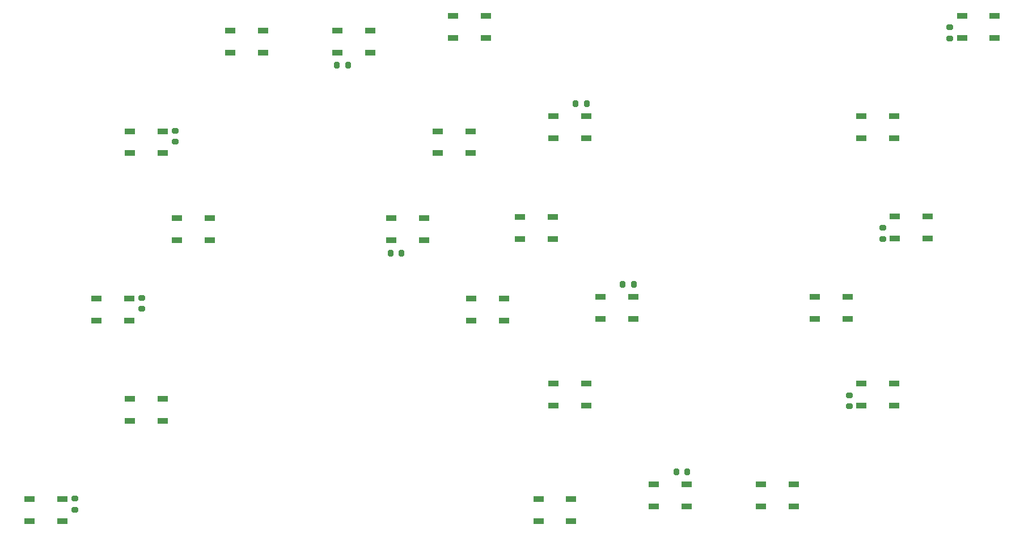
<source format=gbr>
%TF.GenerationSoftware,KiCad,Pcbnew,8.0.3*%
%TF.CreationDate,2024-12-20T11:05:53+01:00*%
%TF.ProjectId,christmas-tree,63687269-7374-46d6-9173-2d747265652e,rev?*%
%TF.SameCoordinates,Original*%
%TF.FileFunction,Paste,Bot*%
%TF.FilePolarity,Positive*%
%FSLAX46Y46*%
G04 Gerber Fmt 4.6, Leading zero omitted, Abs format (unit mm)*
G04 Created by KiCad (PCBNEW 8.0.3) date 2024-12-20 11:05:53*
%MOMM*%
%LPD*%
G01*
G04 APERTURE LIST*
G04 Aperture macros list*
%AMRoundRect*
0 Rectangle with rounded corners*
0 $1 Rounding radius*
0 $2 $3 $4 $5 $6 $7 $8 $9 X,Y pos of 4 corners*
0 Add a 4 corners polygon primitive as box body*
4,1,4,$2,$3,$4,$5,$6,$7,$8,$9,$2,$3,0*
0 Add four circle primitives for the rounded corners*
1,1,$1+$1,$2,$3*
1,1,$1+$1,$4,$5*
1,1,$1+$1,$6,$7*
1,1,$1+$1,$8,$9*
0 Add four rect primitives between the rounded corners*
20,1,$1+$1,$2,$3,$4,$5,0*
20,1,$1+$1,$4,$5,$6,$7,0*
20,1,$1+$1,$6,$7,$8,$9,0*
20,1,$1+$1,$8,$9,$2,$3,0*%
G04 Aperture macros list end*
%ADD10R,1.500000X0.900000*%
%ADD11RoundRect,0.200000X-0.275000X0.200000X-0.275000X-0.200000X0.275000X-0.200000X0.275000X0.200000X0*%
%ADD12RoundRect,0.200000X-0.200000X-0.275000X0.200000X-0.275000X0.200000X0.275000X-0.200000X0.275000X0*%
%ADD13RoundRect,0.200000X0.200000X0.275000X-0.200000X0.275000X-0.200000X-0.275000X0.200000X-0.275000X0*%
%ADD14RoundRect,0.200000X0.275000X-0.200000X0.275000X0.200000X-0.275000X0.200000X-0.275000X-0.200000X0*%
G04 APERTURE END LIST*
D10*
%TO.C,D135*%
X204250000Y-72550000D03*
X204250000Y-75850000D03*
X199350000Y-75850000D03*
X199350000Y-72550000D03*
%TD*%
%TO.C,D114*%
X70100000Y-118100000D03*
X70100000Y-114800000D03*
X75000000Y-114800000D03*
X75000000Y-118100000D03*
%TD*%
%TO.C,D115*%
X87000000Y-102800000D03*
X87000000Y-106100000D03*
X82100000Y-106100000D03*
X82100000Y-102800000D03*
%TD*%
D11*
%TO.C,C109*%
X76850000Y-114725000D03*
X76850000Y-116375000D03*
%TD*%
D10*
%TO.C,D141*%
X153350000Y-145850000D03*
X153350000Y-142550000D03*
X158250000Y-142550000D03*
X158250000Y-145850000D03*
%TD*%
%TO.C,D119*%
X126000000Y-89800000D03*
X126000000Y-93100000D03*
X121100000Y-93100000D03*
X121100000Y-89800000D03*
%TD*%
%TO.C,D146*%
X123350000Y-75850000D03*
X123350000Y-72550000D03*
X128250000Y-72550000D03*
X128250000Y-75850000D03*
%TD*%
%TO.C,D117*%
X95000000Y-74800000D03*
X95000000Y-78100000D03*
X90100000Y-78100000D03*
X90100000Y-74800000D03*
%TD*%
D11*
%TO.C,C107*%
X81850000Y-89725000D03*
X81850000Y-91375000D03*
%TD*%
D10*
%TO.C,D144*%
X133350000Y-105950000D03*
X133350000Y-102650000D03*
X138250000Y-102650000D03*
X138250000Y-105950000D03*
%TD*%
%TO.C,D140*%
X169350000Y-145850000D03*
X169350000Y-142550000D03*
X174250000Y-142550000D03*
X174250000Y-145850000D03*
%TD*%
%TO.C,D145*%
X138350000Y-90850000D03*
X138350000Y-87550000D03*
X143250000Y-87550000D03*
X143250000Y-90850000D03*
%TD*%
D11*
%TO.C,C111*%
X66850000Y-144725000D03*
X66850000Y-146375000D03*
%TD*%
D10*
%TO.C,D120*%
X119000000Y-102800000D03*
X119000000Y-106100000D03*
X114100000Y-106100000D03*
X114100000Y-102800000D03*
%TD*%
%TO.C,D137*%
X194250000Y-102550000D03*
X194250000Y-105850000D03*
X189350000Y-105850000D03*
X189350000Y-102550000D03*
%TD*%
D12*
%TO.C,C105*%
X106025000Y-79950000D03*
X107675000Y-79950000D03*
%TD*%
D10*
%TO.C,D116*%
X75100000Y-93100000D03*
X75100000Y-89800000D03*
X80000000Y-89800000D03*
X80000000Y-93100000D03*
%TD*%
%TO.C,D118*%
X111000000Y-74800000D03*
X111000000Y-78100000D03*
X106100000Y-78100000D03*
X106100000Y-74800000D03*
%TD*%
%TO.C,D121*%
X131000000Y-114800000D03*
X131000000Y-118100000D03*
X126100000Y-118100000D03*
X126100000Y-114800000D03*
%TD*%
%TO.C,D138*%
X177350000Y-117850000D03*
X177350000Y-114550000D03*
X182250000Y-114550000D03*
X182250000Y-117850000D03*
%TD*%
%TO.C,D112*%
X60100000Y-148100000D03*
X60100000Y-144800000D03*
X65000000Y-144800000D03*
X65000000Y-148100000D03*
%TD*%
%TO.C,D143*%
X145350000Y-117850000D03*
X145350000Y-114550000D03*
X150250000Y-114550000D03*
X150250000Y-117850000D03*
%TD*%
D13*
%TO.C,C115*%
X150325000Y-112700000D03*
X148675000Y-112700000D03*
%TD*%
D10*
%TO.C,D142*%
X138350000Y-130850000D03*
X138350000Y-127550000D03*
X143250000Y-127550000D03*
X143250000Y-130850000D03*
%TD*%
%TO.C,D122*%
X141000000Y-144800000D03*
X141000000Y-148100000D03*
X136100000Y-148100000D03*
X136100000Y-144800000D03*
%TD*%
D12*
%TO.C,C103*%
X114025000Y-108050000D03*
X115675000Y-108050000D03*
%TD*%
D14*
%TO.C,C121*%
X187500000Y-105925000D03*
X187500000Y-104275000D03*
%TD*%
D10*
%TO.C,D136*%
X184350000Y-90850000D03*
X184350000Y-87550000D03*
X189250000Y-87550000D03*
X189250000Y-90850000D03*
%TD*%
D13*
%TO.C,C117*%
X158325000Y-140700000D03*
X156675000Y-140700000D03*
%TD*%
%TO.C,C113*%
X143325000Y-85700000D03*
X141675000Y-85700000D03*
%TD*%
D10*
%TO.C,D139*%
X189250000Y-127550000D03*
X189250000Y-130850000D03*
X184350000Y-130850000D03*
X184350000Y-127550000D03*
%TD*%
D14*
%TO.C,C123*%
X197500000Y-75925000D03*
X197500000Y-74275000D03*
%TD*%
D10*
%TO.C,D113*%
X80000000Y-129800000D03*
X80000000Y-133100000D03*
X75100000Y-133100000D03*
X75100000Y-129800000D03*
%TD*%
D14*
%TO.C,C119*%
X182500000Y-130925000D03*
X182500000Y-129275000D03*
%TD*%
M02*

</source>
